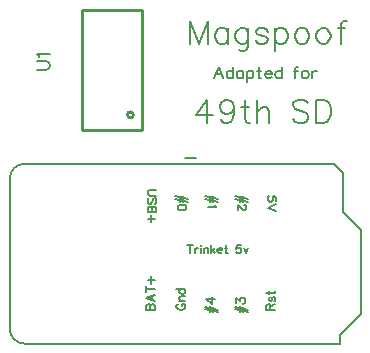
<source format=gto>
G04 ---------------------------- Layer name :TOP SILK LAYER*
G04 EasyEDA v5.3.14, Mon, 30 Apr 2018 16:42:48 GMT*
G04 Gerber Generator version 0.2*
G04 Scale: 100 percent, Rotated: No, Reflected: No *
G04 Dimensions in inches *
G04 leading zeros omitted , absolute positions ,2 integer and 4 decimal *
%FSLAX24Y24*%
%MOIN*%
G90*
G70D02*

%ADD10C,0.010000*%
%ADD16C,0.006000*%
%ADD17C,0.009000*%
%ADD18C,0.008000*%
%ADD19C,0.007000*%

%LPD*%
G54D16*
G01X479Y5970D02*
G01X10779Y5970D01*
G01X11079Y5670D01*
G01X11079Y4370D01*
G01X11679Y3770D01*
G01X11679Y970D01*
G01X10979Y270D01*
G01X10979Y-29D01*
G01X479Y-29D01*
G01X-20Y470D02*
G01X-20Y5470D01*
G54D17*
G01X4400Y7100D02*
G01X4400Y11100D01*
G01X2400Y11100D01*
G01X2400Y7100D01*
G01X4400Y7100D01*
G54D18*
G01X6000Y10736D02*
G01X6000Y9973D01*
G01X6000Y10736D02*
G01X6290Y9973D01*
G01X6581Y10736D02*
G01X6290Y9973D01*
G01X6581Y10736D02*
G01X6581Y9973D01*
G01X7257Y10482D02*
G01X7257Y9973D01*
G01X7257Y10373D02*
G01X7185Y10444D01*
G01X7113Y10482D01*
G01X7003Y10482D01*
G01X6931Y10444D01*
G01X6857Y10373D01*
G01X6822Y10263D01*
G01X6822Y10190D01*
G01X6857Y10082D01*
G01X6931Y10009D01*
G01X7003Y9973D01*
G01X7113Y9973D01*
G01X7185Y10009D01*
G01X7257Y10082D01*
G01X7935Y10482D02*
G01X7935Y9900D01*
G01X7897Y9790D01*
G01X7861Y9755D01*
G01X7789Y9717D01*
G01X7680Y9717D01*
G01X7606Y9755D01*
G01X7935Y10373D02*
G01X7861Y10444D01*
G01X7789Y10482D01*
G01X7680Y10482D01*
G01X7606Y10444D01*
G01X7535Y10373D01*
G01X7497Y10263D01*
G01X7497Y10190D01*
G01X7535Y10082D01*
G01X7606Y10009D01*
G01X7680Y9973D01*
G01X7789Y9973D01*
G01X7861Y10009D01*
G01X7935Y10082D01*
G01X8575Y10373D02*
G01X8538Y10444D01*
G01X8428Y10482D01*
G01X8319Y10482D01*
G01X8210Y10444D01*
G01X8175Y10373D01*
G01X8210Y10300D01*
G01X8284Y10263D01*
G01X8464Y10226D01*
G01X8538Y10190D01*
G01X8575Y10117D01*
G01X8575Y10082D01*
G01X8538Y10009D01*
G01X8428Y9973D01*
G01X8319Y9973D01*
G01X8210Y10009D01*
G01X8175Y10082D01*
G01X8814Y10482D02*
G01X8814Y9717D01*
G01X8814Y10373D02*
G01X8886Y10444D01*
G01X8960Y10482D01*
G01X9068Y10482D01*
G01X9142Y10444D01*
G01X9214Y10373D01*
G01X9251Y10263D01*
G01X9251Y10190D01*
G01X9214Y10082D01*
G01X9142Y10009D01*
G01X9068Y9973D01*
G01X8960Y9973D01*
G01X8886Y10009D01*
G01X8814Y10082D01*
G01X9672Y10482D02*
G01X9600Y10444D01*
G01X9527Y10373D01*
G01X9490Y10263D01*
G01X9490Y10190D01*
G01X9527Y10082D01*
G01X9600Y10009D01*
G01X9672Y9973D01*
G01X9781Y9973D01*
G01X9855Y10009D01*
G01X9927Y10082D01*
G01X9964Y10190D01*
G01X9964Y10263D01*
G01X9927Y10373D01*
G01X9855Y10444D01*
G01X9781Y10482D01*
G01X9672Y10482D01*
G01X10385Y10482D02*
G01X10313Y10444D01*
G01X10239Y10373D01*
G01X10203Y10263D01*
G01X10203Y10190D01*
G01X10239Y10082D01*
G01X10313Y10009D01*
G01X10385Y9973D01*
G01X10494Y9973D01*
G01X10567Y10009D01*
G01X10639Y10082D01*
G01X10676Y10190D01*
G01X10676Y10263D01*
G01X10639Y10373D01*
G01X10567Y10444D01*
G01X10494Y10482D01*
G01X10385Y10482D01*
G01X11206Y10736D02*
G01X11135Y10736D01*
G01X11061Y10700D01*
G01X11025Y10590D01*
G01X11025Y9973D01*
G01X10915Y10482D02*
G01X11171Y10482D01*
G01X6944Y9200D02*
G01X6800Y8817D01*
G01X6944Y9200D02*
G01X7090Y8817D01*
G01X6855Y8946D02*
G01X7035Y8946D01*
G01X7428Y9200D02*
G01X7428Y8817D01*
G01X7428Y9017D02*
G01X7393Y9055D01*
G01X7356Y9073D01*
G01X7302Y9073D01*
G01X7264Y9055D01*
G01X7228Y9017D01*
G01X7210Y8963D01*
G01X7210Y8926D01*
G01X7228Y8873D01*
G01X7264Y8836D01*
G01X7302Y8817D01*
G01X7356Y8817D01*
G01X7393Y8836D01*
G01X7428Y8873D01*
G01X7767Y9073D02*
G01X7767Y8817D01*
G01X7767Y9017D02*
G01X7731Y9055D01*
G01X7694Y9073D01*
G01X7639Y9073D01*
G01X7603Y9055D01*
G01X7567Y9017D01*
G01X7548Y8963D01*
G01X7548Y8926D01*
G01X7567Y8873D01*
G01X7603Y8836D01*
G01X7639Y8817D01*
G01X7694Y8817D01*
G01X7731Y8836D01*
G01X7767Y8873D01*
G01X7886Y9073D02*
G01X7886Y8690D01*
G01X7886Y9017D02*
G01X7923Y9055D01*
G01X7960Y9073D01*
G01X8014Y9073D01*
G01X8051Y9055D01*
G01X8086Y9017D01*
G01X8105Y8963D01*
G01X8105Y8926D01*
G01X8086Y8873D01*
G01X8051Y8836D01*
G01X8014Y8817D01*
G01X7960Y8817D01*
G01X7923Y8836D01*
G01X7886Y8873D01*
G01X8280Y9200D02*
G01X8280Y8890D01*
G01X8297Y8836D01*
G01X8335Y8817D01*
G01X8371Y8817D01*
G01X8225Y9073D02*
G01X8352Y9073D01*
G01X8490Y8963D02*
G01X8709Y8963D01*
G01X8709Y9000D01*
G01X8690Y9036D01*
G01X8672Y9055D01*
G01X8635Y9073D01*
G01X8581Y9073D01*
G01X8544Y9055D01*
G01X8509Y9017D01*
G01X8490Y8963D01*
G01X8490Y8926D01*
G01X8509Y8873D01*
G01X8544Y8836D01*
G01X8581Y8817D01*
G01X8635Y8817D01*
G01X8672Y8836D01*
G01X8709Y8873D01*
G01X9047Y9200D02*
G01X9047Y8817D01*
G01X9047Y9017D02*
G01X9010Y9055D01*
G01X8975Y9073D01*
G01X8919Y9073D01*
G01X8884Y9055D01*
G01X8847Y9017D01*
G01X8828Y8963D01*
G01X8828Y8926D01*
G01X8847Y8873D01*
G01X8884Y8836D01*
G01X8919Y8817D01*
G01X8975Y8817D01*
G01X9010Y8836D01*
G01X9047Y8873D01*
G01X9593Y9200D02*
G01X9556Y9200D01*
G01X9519Y9182D01*
G01X9502Y9126D01*
G01X9502Y8817D01*
G01X9447Y9073D02*
G01X9575Y9073D01*
G01X9803Y9073D02*
G01X9767Y9055D01*
G01X9731Y9017D01*
G01X9713Y8963D01*
G01X9713Y8926D01*
G01X9731Y8873D01*
G01X9767Y8836D01*
G01X9803Y8817D01*
G01X9857Y8817D01*
G01X9894Y8836D01*
G01X9931Y8873D01*
G01X9948Y8926D01*
G01X9948Y8963D01*
G01X9931Y9017D01*
G01X9894Y9055D01*
G01X9857Y9073D01*
G01X9803Y9073D01*
G01X10068Y9073D02*
G01X10068Y8817D01*
G01X10068Y8963D02*
G01X10086Y9017D01*
G01X10123Y9055D01*
G01X10160Y9073D01*
G01X10214Y9073D01*
G01X6564Y8099D02*
G01X6200Y7590D01*
G01X6744Y7590D01*
G01X6564Y8099D02*
G01X6564Y7336D01*
G01X7457Y7845D02*
G01X7422Y7736D01*
G01X7348Y7663D01*
G01X7239Y7627D01*
G01X7203Y7627D01*
G01X7094Y7663D01*
G01X7022Y7736D01*
G01X6985Y7845D01*
G01X6985Y7881D01*
G01X7022Y7990D01*
G01X7094Y8063D01*
G01X7203Y8099D01*
G01X7239Y8099D01*
G01X7348Y8063D01*
G01X7422Y7990D01*
G01X7457Y7845D01*
G01X7457Y7663D01*
G01X7422Y7481D01*
G01X7348Y7372D01*
G01X7239Y7336D01*
G01X7167Y7336D01*
G01X7057Y7372D01*
G01X7022Y7445D01*
G01X7806Y8099D02*
G01X7806Y7481D01*
G01X7843Y7372D01*
G01X7915Y7336D01*
G01X7989Y7336D01*
G01X7697Y7845D02*
G01X7952Y7845D01*
G01X8228Y8099D02*
G01X8228Y7336D01*
G01X8228Y7699D02*
G01X8338Y7808D01*
G01X8410Y7845D01*
G01X8519Y7845D01*
G01X8593Y7808D01*
G01X8628Y7699D01*
G01X8628Y7336D01*
G01X9938Y7990D02*
G01X9864Y8063D01*
G01X9756Y8099D01*
G01X9610Y8099D01*
G01X9502Y8063D01*
G01X9428Y7990D01*
G01X9428Y7918D01*
G01X9464Y7845D01*
G01X9502Y7808D01*
G01X9575Y7772D01*
G01X9793Y7699D01*
G01X9864Y7663D01*
G01X9902Y7627D01*
G01X9938Y7554D01*
G01X9938Y7445D01*
G01X9864Y7372D01*
G01X9756Y7336D01*
G01X9610Y7336D01*
G01X9502Y7372D01*
G01X9428Y7445D01*
G01X10177Y8099D02*
G01X10177Y7336D01*
G01X10177Y8099D02*
G01X10432Y8099D01*
G01X10542Y8063D01*
G01X10614Y7990D01*
G01X10651Y7918D01*
G01X10686Y7808D01*
G01X10686Y7627D01*
G01X10651Y7518D01*
G01X10614Y7445D01*
G01X10542Y7372D01*
G01X10432Y7336D01*
G01X10177Y7336D01*
G54D19*
G01X5828Y6144D02*
G01X6197Y6144D01*
G54D16*
G01X4536Y1100D02*
G01X4822Y1100D01*
G01X4536Y1100D02*
G01X4536Y1223D01*
G01X4550Y1263D01*
G01X4563Y1276D01*
G01X4590Y1290D01*
G01X4618Y1290D01*
G01X4644Y1276D01*
G01X4659Y1263D01*
G01X4672Y1223D01*
G01X4672Y1100D02*
G01X4672Y1223D01*
G01X4685Y1263D01*
G01X4700Y1276D01*
G01X4727Y1290D01*
G01X4768Y1290D01*
G01X4794Y1276D01*
G01X4809Y1263D01*
G01X4822Y1223D01*
G01X4822Y1100D01*
G01X4536Y1490D02*
G01X4822Y1380D01*
G01X4536Y1490D02*
G01X4822Y1598D01*
G01X4727Y1421D02*
G01X4727Y1557D01*
G01X4536Y1784D02*
G01X4822Y1784D01*
G01X4536Y1688D02*
G01X4536Y1880D01*
G01X4576Y2092D02*
G01X4822Y2092D01*
G01X4700Y1969D02*
G01X4700Y2215D01*
G01X4864Y5100D02*
G01X4659Y5100D01*
G01X4618Y5086D01*
G01X4590Y5059D01*
G01X4576Y5017D01*
G01X4576Y4990D01*
G01X4590Y4950D01*
G01X4618Y4923D01*
G01X4659Y4909D01*
G01X4864Y4909D01*
G01X4822Y4628D02*
G01X4850Y4655D01*
G01X4864Y4696D01*
G01X4864Y4751D01*
G01X4850Y4792D01*
G01X4822Y4819D01*
G01X4794Y4819D01*
G01X4768Y4805D01*
G01X4755Y4792D01*
G01X4740Y4765D01*
G01X4714Y4682D01*
G01X4700Y4655D01*
G01X4685Y4642D01*
G01X4659Y4628D01*
G01X4618Y4628D01*
G01X4590Y4655D01*
G01X4576Y4696D01*
G01X4576Y4751D01*
G01X4590Y4792D01*
G01X4618Y4819D01*
G01X4864Y4538D02*
G01X4576Y4538D01*
G01X4864Y4538D02*
G01X4864Y4415D01*
G01X4850Y4375D01*
G01X4835Y4361D01*
G01X4809Y4346D01*
G01X4781Y4346D01*
G01X4755Y4361D01*
G01X4740Y4375D01*
G01X4727Y4415D01*
G01X4727Y4538D02*
G01X4727Y4415D01*
G01X4714Y4375D01*
G01X4700Y4361D01*
G01X4672Y4346D01*
G01X4631Y4346D01*
G01X4605Y4361D01*
G01X4590Y4375D01*
G01X4576Y4415D01*
G01X4576Y4538D01*
G01X4822Y4134D02*
G01X4576Y4134D01*
G01X4700Y4257D02*
G01X4700Y4011D01*
G01X8535Y1100D02*
G01X8822Y1100D01*
G01X8535Y1100D02*
G01X8535Y1223D01*
G01X8550Y1263D01*
G01X8564Y1276D01*
G01X8590Y1290D01*
G01X8618Y1290D01*
G01X8644Y1276D01*
G01X8659Y1263D01*
G01X8672Y1223D01*
G01X8672Y1100D01*
G01X8672Y1194D02*
G01X8822Y1290D01*
G01X8672Y1530D02*
G01X8644Y1517D01*
G01X8631Y1476D01*
G01X8631Y1434D01*
G01X8644Y1394D01*
G01X8672Y1380D01*
G01X8700Y1394D01*
G01X8714Y1421D01*
G01X8727Y1490D01*
G01X8740Y1517D01*
G01X8768Y1530D01*
G01X8781Y1530D01*
G01X8809Y1517D01*
G01X8822Y1476D01*
G01X8822Y1434D01*
G01X8809Y1394D01*
G01X8781Y1380D01*
G01X8535Y1661D02*
G01X8768Y1661D01*
G01X8809Y1675D01*
G01X8822Y1703D01*
G01X8822Y1730D01*
G01X8631Y1621D02*
G01X8631Y1715D01*
G01X5989Y3253D02*
G01X5989Y2984D01*
G01X5900Y3253D02*
G01X6077Y3253D01*
G01X6161Y3163D02*
G01X6161Y2984D01*
G01X6161Y3086D02*
G01X6175Y3125D01*
G01X6200Y3151D01*
G01X6226Y3163D01*
G01X6264Y3163D01*
G01X6347Y3253D02*
G01X6360Y3240D01*
G01X6372Y3253D01*
G01X6360Y3265D01*
G01X6347Y3253D01*
G01X6360Y3163D02*
G01X6360Y2984D01*
G01X6456Y3163D02*
G01X6456Y2984D01*
G01X6456Y3113D02*
G01X6496Y3151D01*
G01X6521Y3163D01*
G01X6559Y3163D01*
G01X6585Y3151D01*
G01X6597Y3113D01*
G01X6597Y2984D01*
G01X6681Y3253D02*
G01X6681Y2984D01*
G01X6809Y3163D02*
G01X6681Y3036D01*
G01X6731Y3086D02*
G01X6821Y2984D01*
G01X6905Y3086D02*
G01X7057Y3086D01*
G01X7057Y3113D01*
G01X7044Y3138D01*
G01X7032Y3151D01*
G01X7006Y3163D01*
G01X6968Y3163D01*
G01X6943Y3151D01*
G01X6918Y3125D01*
G01X6905Y3086D01*
G01X6905Y3061D01*
G01X6918Y3023D01*
G01X6943Y2998D01*
G01X6968Y2984D01*
G01X7006Y2984D01*
G01X7032Y2998D01*
G01X7057Y3023D01*
G01X7180Y3253D02*
G01X7180Y3036D01*
G01X7193Y2998D01*
G01X7218Y2984D01*
G01X7243Y2984D01*
G01X7142Y3163D02*
G01X7231Y3163D01*
G01X7677Y3253D02*
G01X7548Y3253D01*
G01X7536Y3138D01*
G01X7548Y3151D01*
G01X7588Y3163D01*
G01X7626Y3163D01*
G01X7664Y3151D01*
G01X7689Y3125D01*
G01X7702Y3086D01*
G01X7702Y3061D01*
G01X7689Y3023D01*
G01X7664Y2998D01*
G01X7626Y2984D01*
G01X7588Y2984D01*
G01X7548Y2998D01*
G01X7536Y3011D01*
G01X7523Y3036D01*
G01X7785Y3163D02*
G01X7863Y2984D01*
G01X7939Y3163D02*
G01X7863Y2984D01*
G01X5605Y1305D02*
G01X5577Y1290D01*
G01X5550Y1263D01*
G01X5535Y1236D01*
G01X5535Y1182D01*
G01X5550Y1155D01*
G01X5577Y1126D01*
G01X5605Y1113D01*
G01X5644Y1100D01*
G01X5714Y1100D01*
G01X5755Y1113D01*
G01X5781Y1126D01*
G01X5809Y1155D01*
G01X5822Y1182D01*
G01X5822Y1236D01*
G01X5809Y1263D01*
G01X5781Y1290D01*
G01X5755Y1305D01*
G01X5714Y1305D01*
G01X5714Y1236D02*
G01X5714Y1305D01*
G01X5631Y1394D02*
G01X5822Y1394D01*
G01X5685Y1394D02*
G01X5644Y1434D01*
G01X5631Y1463D01*
G01X5631Y1503D01*
G01X5644Y1530D01*
G01X5685Y1544D01*
G01X5822Y1544D01*
G01X5535Y1798D02*
G01X5822Y1798D01*
G01X5672Y1798D02*
G01X5644Y1771D01*
G01X5631Y1744D01*
G01X5631Y1703D01*
G01X5644Y1675D01*
G01X5672Y1648D01*
G01X5714Y1634D01*
G01X5740Y1634D01*
G01X5781Y1648D01*
G01X5809Y1675D01*
G01X5822Y1703D01*
G01X5822Y1744D01*
G01X5809Y1771D01*
G01X5781Y1798D01*
G01X5918Y4790D02*
G01X5481Y4886D01*
G01X5918Y4709D02*
G01X5481Y4805D01*
G01X5740Y4886D02*
G01X5740Y4694D01*
G01X5659Y4900D02*
G01X5659Y4709D01*
G01X5864Y4523D02*
G01X5850Y4565D01*
G01X5809Y4592D01*
G01X5740Y4605D01*
G01X5700Y4605D01*
G01X5631Y4592D01*
G01X5590Y4565D01*
G01X5577Y4523D01*
G01X5577Y4496D01*
G01X5590Y4455D01*
G01X5631Y4428D01*
G01X5700Y4415D01*
G01X5740Y4415D01*
G01X5809Y4428D01*
G01X5850Y4455D01*
G01X5864Y4496D01*
G01X5864Y4523D01*
G01X6918Y4790D02*
G01X6481Y4886D01*
G01X6918Y4709D02*
G01X6481Y4805D01*
G01X6740Y4886D02*
G01X6740Y4694D01*
G01X6659Y4900D02*
G01X6659Y4709D01*
G01X6809Y4605D02*
G01X6822Y4578D01*
G01X6864Y4536D01*
G01X6577Y4536D01*
G01X7918Y4790D02*
G01X7481Y4886D01*
G01X7918Y4709D02*
G01X7481Y4805D01*
G01X7740Y4886D02*
G01X7740Y4694D01*
G01X7659Y4900D02*
G01X7659Y4709D01*
G01X7794Y4592D02*
G01X7809Y4592D01*
G01X7835Y4578D01*
G01X7850Y4565D01*
G01X7864Y4536D01*
G01X7864Y4482D01*
G01X7850Y4455D01*
G01X7835Y4442D01*
G01X7809Y4428D01*
G01X7781Y4428D01*
G01X7755Y4442D01*
G01X7714Y4469D01*
G01X7577Y4605D01*
G01X7577Y4415D01*
G01X8864Y4736D02*
G01X8864Y4873D01*
G01X8740Y4886D01*
G01X8755Y4873D01*
G01X8768Y4832D01*
G01X8768Y4790D01*
G01X8755Y4750D01*
G01X8727Y4723D01*
G01X8685Y4709D01*
G01X8659Y4709D01*
G01X8618Y4723D01*
G01X8590Y4750D01*
G01X8577Y4790D01*
G01X8577Y4832D01*
G01X8590Y4873D01*
G01X8605Y4886D01*
G01X8631Y4900D01*
G01X8864Y4619D02*
G01X8577Y4509D01*
G01X8864Y4401D02*
G01X8577Y4509D01*
G01X7481Y1123D02*
G01X7918Y1028D01*
G01X7481Y1205D02*
G01X7918Y1109D01*
G01X7659Y1028D02*
G01X7659Y1219D01*
G01X7740Y1015D02*
G01X7740Y1205D01*
G01X7535Y1336D02*
G01X7535Y1486D01*
G01X7644Y1405D01*
G01X7644Y1446D01*
G01X7659Y1473D01*
G01X7672Y1486D01*
G01X7714Y1500D01*
G01X7740Y1500D01*
G01X7781Y1486D01*
G01X7809Y1459D01*
G01X7822Y1419D01*
G01X7822Y1378D01*
G01X7809Y1336D01*
G01X7794Y1323D01*
G01X7768Y1309D01*
G01X6481Y1123D02*
G01X6918Y1028D01*
G01X6481Y1205D02*
G01X6918Y1109D01*
G01X6659Y1028D02*
G01X6659Y1219D01*
G01X6740Y1015D02*
G01X6740Y1205D01*
G01X6535Y1446D02*
G01X6727Y1309D01*
G01X6727Y1513D01*
G01X6535Y1446D02*
G01X6822Y1446D01*
G54D19*
G01X880Y9100D02*
G01X1186Y9100D01*
G01X1248Y9119D01*
G01X1288Y9161D01*
G01X1309Y9223D01*
G01X1309Y9263D01*
G01X1288Y9325D01*
G01X1248Y9365D01*
G01X1186Y9386D01*
G01X880Y9386D01*
G01X961Y9521D02*
G01X940Y9561D01*
G01X880Y9623D01*
G01X1309Y9623D01*
G54D16*
G75*
G01X480Y-29D02*
G2X-20Y471I0J500D01*
G01*
G75*
G01X-20Y5470D02*
G2X480Y5970I500J0D01*
G01*
G54D10*
G75*
G01X4100Y7600D02*
G03X4100Y7600I-100J0D01*
G01*
M00*
M02*

</source>
